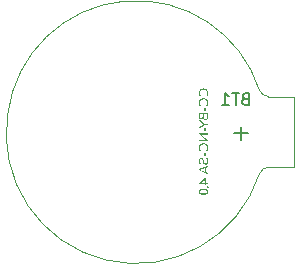
<source format=gbr>
%TF.GenerationSoftware,KiCad,Pcbnew,9.0.7*%
%TF.CreationDate,2026-01-11T09:41:47+01:00*%
%TF.ProjectId,heartbeatTHT,68656172-7462-4656-9174-5448542e6b69,rev?*%
%TF.SameCoordinates,Original*%
%TF.FileFunction,Legend,Bot*%
%TF.FilePolarity,Positive*%
%FSLAX46Y46*%
G04 Gerber Fmt 4.6, Leading zero omitted, Abs format (unit mm)*
G04 Created by KiCad (PCBNEW 9.0.7) date 2026-01-11 09:41:47*
%MOMM*%
%LPD*%
G01*
G04 APERTURE LIST*
%ADD10C,0.187500*%
%ADD11C,0.150000*%
%ADD12C,0.120000*%
G04 APERTURE END LIST*
D10*
G36*
X157682987Y-82472518D02*
G01*
X157679357Y-82416469D01*
X157668657Y-82363618D01*
X157650976Y-82313424D01*
X157626734Y-82266013D01*
X157597067Y-82223095D01*
X157561766Y-82184281D01*
X157521662Y-82150364D01*
X157477171Y-82121691D01*
X157427860Y-82098139D01*
X157375951Y-82081094D01*
X157320828Y-82070717D01*
X157261943Y-82067182D01*
X157203763Y-82070710D01*
X157149170Y-82081081D01*
X157097628Y-82098139D01*
X157048672Y-82121664D01*
X157004357Y-82150333D01*
X156964272Y-82184281D01*
X156928871Y-82223061D01*
X156899022Y-82265819D01*
X156874512Y-82312920D01*
X156856562Y-82362825D01*
X156845662Y-82415826D01*
X156841952Y-82472518D01*
X156844513Y-82526195D01*
X156851717Y-82572213D01*
X156862972Y-82611599D01*
X156879320Y-82649207D01*
X156902152Y-82688146D01*
X156932260Y-82728698D01*
X156945358Y-82741796D01*
X156959005Y-82748115D01*
X156975308Y-82749718D01*
X156993598Y-82746142D01*
X157008373Y-82735522D01*
X157018586Y-82719995D01*
X157023073Y-82701404D01*
X157020714Y-82682157D01*
X157009930Y-82662569D01*
X156979880Y-82622396D01*
X156958501Y-82582198D01*
X156949153Y-82553964D01*
X156942932Y-82517960D01*
X156940641Y-82472518D01*
X156943481Y-82431770D01*
X156951890Y-82393043D01*
X156965874Y-82355922D01*
X156995760Y-82304650D01*
X157035163Y-82259843D01*
X157082592Y-82223118D01*
X157137562Y-82195272D01*
X157176970Y-82182525D01*
X157218309Y-82174807D01*
X157261943Y-82172191D01*
X157306308Y-82174820D01*
X157348020Y-82182552D01*
X157387468Y-82195272D01*
X157442399Y-82223115D01*
X157489821Y-82259843D01*
X157529076Y-82304667D01*
X157558560Y-82355922D01*
X157572232Y-82393017D01*
X157580463Y-82431748D01*
X157583244Y-82472518D01*
X157578603Y-82524887D01*
X157564880Y-82573818D01*
X157543179Y-82620283D01*
X157513955Y-82665683D01*
X157503941Y-82685027D01*
X157501911Y-82702961D01*
X157506379Y-82719946D01*
X157516612Y-82733965D01*
X157531643Y-82743210D01*
X157552790Y-82746558D01*
X157573261Y-82742345D01*
X157591670Y-82729751D01*
X157631510Y-82670685D01*
X157659906Y-82608485D01*
X157672673Y-82564921D01*
X157680383Y-82519704D01*
X157682987Y-82472518D01*
G37*
G36*
X157682987Y-83288045D02*
G01*
X157679357Y-83231996D01*
X157668657Y-83179145D01*
X157650976Y-83128951D01*
X157626734Y-83081540D01*
X157597067Y-83038622D01*
X157561766Y-82999808D01*
X157521662Y-82965891D01*
X157477171Y-82937218D01*
X157427860Y-82913666D01*
X157375951Y-82896621D01*
X157320828Y-82886244D01*
X157261943Y-82882708D01*
X157203763Y-82886237D01*
X157149170Y-82896608D01*
X157097628Y-82913666D01*
X157048672Y-82937191D01*
X157004357Y-82965860D01*
X156964272Y-82999808D01*
X156928871Y-83038588D01*
X156899022Y-83081345D01*
X156874512Y-83128447D01*
X156856562Y-83178352D01*
X156845662Y-83231353D01*
X156841952Y-83288045D01*
X156844513Y-83341722D01*
X156851717Y-83387740D01*
X156862972Y-83427126D01*
X156879320Y-83464733D01*
X156902152Y-83503673D01*
X156932260Y-83544225D01*
X156945358Y-83557322D01*
X156959005Y-83563642D01*
X156975308Y-83565245D01*
X156993598Y-83561669D01*
X157008373Y-83551048D01*
X157018586Y-83535522D01*
X157023073Y-83516931D01*
X157020714Y-83497684D01*
X157009930Y-83478096D01*
X156979880Y-83437923D01*
X156958501Y-83397725D01*
X156949153Y-83369491D01*
X156942932Y-83333487D01*
X156940641Y-83288045D01*
X156943481Y-83247297D01*
X156951890Y-83208570D01*
X156965874Y-83171449D01*
X156995760Y-83120177D01*
X157035163Y-83075370D01*
X157082592Y-83038644D01*
X157137562Y-83010799D01*
X157176970Y-82998052D01*
X157218309Y-82990334D01*
X157261943Y-82987718D01*
X157306308Y-82990347D01*
X157348020Y-82998079D01*
X157387468Y-83010799D01*
X157442399Y-83038642D01*
X157489821Y-83075370D01*
X157529076Y-83120194D01*
X157558560Y-83171449D01*
X157572232Y-83208544D01*
X157580463Y-83247275D01*
X157583244Y-83288045D01*
X157578603Y-83340414D01*
X157564880Y-83389344D01*
X157543179Y-83435810D01*
X157513955Y-83481210D01*
X157503941Y-83500553D01*
X157501911Y-83518488D01*
X157506379Y-83535473D01*
X157516612Y-83549491D01*
X157531643Y-83558737D01*
X157552790Y-83562085D01*
X157573261Y-83557872D01*
X157591670Y-83545278D01*
X157631510Y-83486212D01*
X157659906Y-83424012D01*
X157672673Y-83380448D01*
X157680383Y-83335231D01*
X157682987Y-83288045D01*
G37*
G36*
X157438347Y-83722415D02*
G01*
X157434588Y-83701041D01*
X157423647Y-83684039D01*
X157407065Y-83672722D01*
X157385865Y-83668835D01*
X157363717Y-83672769D01*
X157346985Y-83684039D01*
X157336043Y-83701041D01*
X157332284Y-83722415D01*
X157332284Y-83956568D01*
X157336060Y-83977809D01*
X157346985Y-83994349D01*
X157363675Y-84005229D01*
X157385865Y-84009050D01*
X157407106Y-84005274D01*
X157423647Y-83994349D01*
X157434572Y-83977809D01*
X157438347Y-83956568D01*
X157438347Y-83722415D01*
G37*
G36*
X157639249Y-84150365D02*
G01*
X157656746Y-84162144D01*
X157668525Y-84179641D01*
X157672500Y-84200979D01*
X157672500Y-84473966D01*
X157668766Y-84525683D01*
X157657983Y-84571953D01*
X157640488Y-84613642D01*
X157616194Y-84651664D01*
X157587068Y-84683122D01*
X157552790Y-84708668D01*
X157514421Y-84727401D01*
X157472025Y-84738841D01*
X157424700Y-84742786D01*
X157373001Y-84737734D01*
X157330598Y-84723537D01*
X157295556Y-84700791D01*
X157266582Y-84670180D01*
X157244569Y-84633436D01*
X157229382Y-84589462D01*
X157211061Y-84619818D01*
X157189258Y-84645007D01*
X157163803Y-84665574D01*
X157135085Y-84681021D01*
X157104304Y-84690274D01*
X157070838Y-84693418D01*
X157029057Y-84689850D01*
X156991528Y-84679483D01*
X156957448Y-84662460D01*
X156927057Y-84639366D01*
X156901435Y-84611202D01*
X156880283Y-84577418D01*
X156865119Y-84540416D01*
X156855713Y-84498867D01*
X156852439Y-84451938D01*
X156953235Y-84451938D01*
X156956719Y-84490904D01*
X156966515Y-84523179D01*
X156982132Y-84550078D01*
X157004000Y-84570838D01*
X157032813Y-84583734D01*
X157070838Y-84588409D01*
X157108881Y-84583747D01*
X157137898Y-84570857D01*
X157160093Y-84550078D01*
X157175998Y-84523143D01*
X157185956Y-84490869D01*
X157187492Y-84473966D01*
X157290290Y-84473966D01*
X157294292Y-84520425D01*
X157305540Y-84559008D01*
X157324563Y-84592180D01*
X157350145Y-84616756D01*
X157370708Y-84628112D01*
X157395247Y-84635243D01*
X157424700Y-84637776D01*
X157456317Y-84635248D01*
X157482977Y-84628112D01*
X157505575Y-84616756D01*
X157534028Y-84591990D01*
X157554897Y-84559008D01*
X157567311Y-84520337D01*
X157571704Y-84473966D01*
X157571704Y-84255567D01*
X157290290Y-84255567D01*
X157290290Y-84473966D01*
X157187492Y-84473966D01*
X157189494Y-84451938D01*
X157189494Y-84255567D01*
X156953235Y-84255567D01*
X156953235Y-84451938D01*
X156852439Y-84451938D01*
X156852439Y-84200979D01*
X156856302Y-84179601D01*
X156867689Y-84162144D01*
X156884877Y-84150429D01*
X156907027Y-84146390D01*
X157617911Y-84146390D01*
X157639249Y-84150365D01*
G37*
G36*
X157672500Y-85098434D02*
G01*
X157668570Y-85077963D01*
X157656746Y-85060607D01*
X157639253Y-85048863D01*
X157617911Y-85044899D01*
X157373271Y-85044899D01*
X156937481Y-84764538D01*
X156915363Y-84754898D01*
X156896036Y-84754006D01*
X156878425Y-84760191D01*
X156864529Y-84772370D01*
X156855481Y-84788742D01*
X156852439Y-84807586D01*
X156854569Y-84824168D01*
X156860316Y-84835934D01*
X156882893Y-84855901D01*
X157306044Y-85122568D01*
X157306044Y-85080573D01*
X156878680Y-85351500D01*
X156867384Y-85360819D01*
X156859262Y-85371421D01*
X156854244Y-85383872D01*
X156852439Y-85399768D01*
X156855757Y-85417180D01*
X156865582Y-85431276D01*
X156880118Y-85441178D01*
X156898143Y-85445976D01*
X156917214Y-85444531D01*
X156937481Y-85435489D01*
X157373271Y-85153022D01*
X157617911Y-85153022D01*
X157639249Y-85149048D01*
X157656746Y-85137268D01*
X157668525Y-85119771D01*
X157672500Y-85098434D01*
G37*
G36*
X157438347Y-85437000D02*
G01*
X157434588Y-85415626D01*
X157423647Y-85398623D01*
X157407065Y-85387307D01*
X157385865Y-85383419D01*
X157363717Y-85387354D01*
X157346985Y-85398623D01*
X157336043Y-85415626D01*
X157332284Y-85437000D01*
X157332284Y-85671153D01*
X157336060Y-85692394D01*
X157346985Y-85708934D01*
X157363675Y-85719814D01*
X157385865Y-85723634D01*
X157407106Y-85719859D01*
X157423647Y-85708934D01*
X157434572Y-85692394D01*
X157438347Y-85671153D01*
X157438347Y-85437000D01*
G37*
G36*
X157672500Y-85914510D02*
G01*
X157668509Y-85893260D01*
X157656746Y-85876179D01*
X157639292Y-85864828D01*
X157617911Y-85860975D01*
X156907027Y-85860975D01*
X156884832Y-85864891D01*
X156867689Y-85876179D01*
X156856318Y-85893219D01*
X156852439Y-85914510D01*
X156857384Y-85937504D01*
X156872406Y-85956505D01*
X157481395Y-86414323D01*
X156907027Y-86414323D01*
X156884877Y-86418361D01*
X156867689Y-86430076D01*
X156856302Y-86447534D01*
X156852439Y-86468911D01*
X156856382Y-86491016D01*
X156867689Y-86507745D01*
X156884791Y-86518644D01*
X156907027Y-86522446D01*
X157617911Y-86522446D01*
X157639331Y-86518706D01*
X157656746Y-86507745D01*
X157668444Y-86490973D01*
X157672500Y-86468911D01*
X157667783Y-86446334D01*
X157661805Y-86435338D01*
X157653586Y-86426916D01*
X157044597Y-85969098D01*
X157617911Y-85969098D01*
X157639289Y-85965235D01*
X157656746Y-85953849D01*
X157668461Y-85936660D01*
X157672500Y-85914510D01*
G37*
G36*
X157682987Y-87099699D02*
G01*
X157679357Y-87043650D01*
X157668657Y-86990799D01*
X157650976Y-86940605D01*
X157626734Y-86893193D01*
X157597067Y-86850276D01*
X157561766Y-86811461D01*
X157521662Y-86777545D01*
X157477171Y-86748872D01*
X157427860Y-86725320D01*
X157375951Y-86708275D01*
X157320828Y-86697897D01*
X157261943Y-86694362D01*
X157203763Y-86697891D01*
X157149170Y-86708261D01*
X157097628Y-86725320D01*
X157048672Y-86748845D01*
X157004357Y-86777514D01*
X156964272Y-86811461D01*
X156928871Y-86850242D01*
X156899022Y-86892999D01*
X156874512Y-86940101D01*
X156856562Y-86990005D01*
X156845662Y-87043006D01*
X156841952Y-87099699D01*
X156844513Y-87153376D01*
X156851717Y-87199394D01*
X156862972Y-87238780D01*
X156879320Y-87276387D01*
X156902152Y-87315326D01*
X156932260Y-87355879D01*
X156945358Y-87368976D01*
X156959005Y-87375296D01*
X156975308Y-87376899D01*
X156993598Y-87373323D01*
X157008373Y-87362702D01*
X157018586Y-87347176D01*
X157023073Y-87328585D01*
X157020714Y-87309338D01*
X157009930Y-87289750D01*
X156979880Y-87249576D01*
X156958501Y-87209379D01*
X156949153Y-87181145D01*
X156942932Y-87145141D01*
X156940641Y-87099699D01*
X156943481Y-87058951D01*
X156951890Y-87020224D01*
X156965874Y-86983103D01*
X156995760Y-86931831D01*
X157035163Y-86887024D01*
X157082592Y-86850298D01*
X157137562Y-86822452D01*
X157176970Y-86809706D01*
X157218309Y-86801988D01*
X157261943Y-86799371D01*
X157306308Y-86802001D01*
X157348020Y-86809733D01*
X157387468Y-86822452D01*
X157442399Y-86850296D01*
X157489821Y-86887024D01*
X157529076Y-86931848D01*
X157558560Y-86983103D01*
X157572232Y-87020198D01*
X157580463Y-87058929D01*
X157583244Y-87099699D01*
X157578603Y-87152068D01*
X157564880Y-87200998D01*
X157543179Y-87247463D01*
X157513955Y-87292864D01*
X157503941Y-87312207D01*
X157501911Y-87330142D01*
X157506379Y-87347127D01*
X157516612Y-87361145D01*
X157531643Y-87370391D01*
X157552790Y-87373739D01*
X157573261Y-87369526D01*
X157591670Y-87356932D01*
X157631510Y-87297866D01*
X157659906Y-87235665D01*
X157672673Y-87192102D01*
X157680383Y-87146885D01*
X157682987Y-87099699D01*
G37*
G36*
X157438347Y-87534069D02*
G01*
X157434588Y-87512695D01*
X157423647Y-87495693D01*
X157407065Y-87484376D01*
X157385865Y-87480488D01*
X157363717Y-87484423D01*
X157346985Y-87495693D01*
X157336043Y-87512695D01*
X157332284Y-87534069D01*
X157332284Y-87768222D01*
X157336060Y-87789463D01*
X157346985Y-87806003D01*
X157363675Y-87816883D01*
X157385865Y-87820703D01*
X157407106Y-87816928D01*
X157423647Y-87806003D01*
X157434572Y-87789463D01*
X157438347Y-87768222D01*
X157438347Y-87534069D01*
G37*
G36*
X157682987Y-88218438D02*
G01*
X157677690Y-88152499D01*
X157662012Y-88090348D01*
X157636477Y-88032794D01*
X157603211Y-87984285D01*
X157576229Y-87956436D01*
X157547257Y-87934566D01*
X157516062Y-87918156D01*
X157494479Y-87913021D01*
X157475121Y-87918660D01*
X157459941Y-87933008D01*
X157450941Y-87955938D01*
X157450249Y-87974534D01*
X157456711Y-87993215D01*
X157469087Y-88009251D01*
X157486661Y-88021013D01*
X157511183Y-88037128D01*
X157534976Y-88062504D01*
X157554521Y-88093657D01*
X157570650Y-88132342D01*
X157580848Y-88174101D01*
X157584297Y-88218438D01*
X157580257Y-88267452D01*
X157568544Y-88311357D01*
X157548879Y-88350385D01*
X157522885Y-88380142D01*
X157501636Y-88394573D01*
X157477243Y-88403336D01*
X157448834Y-88406383D01*
X157413469Y-88401663D01*
X157380552Y-88387474D01*
X157349091Y-88362785D01*
X157330723Y-88339995D01*
X157315178Y-88309721D01*
X157302848Y-88270248D01*
X157294503Y-88219491D01*
X157284201Y-88154324D01*
X157267621Y-88099446D01*
X157245423Y-88053336D01*
X157217887Y-88014739D01*
X157183254Y-87981580D01*
X157145798Y-87958632D01*
X157104833Y-87944882D01*
X157059297Y-87940184D01*
X157014480Y-87944700D01*
X156975698Y-87957696D01*
X156941694Y-87979019D01*
X156912611Y-88007370D01*
X156888120Y-88042230D01*
X156868193Y-88084577D01*
X156854444Y-88129682D01*
X156845940Y-88179004D01*
X156843005Y-88233138D01*
X156847734Y-88294758D01*
X156860865Y-88344971D01*
X156882309Y-88390061D01*
X156910187Y-88428410D01*
X156944323Y-88461548D01*
X156984742Y-88490372D01*
X157008007Y-88500961D01*
X157028340Y-88502462D01*
X157046514Y-88496079D01*
X157060351Y-88481991D01*
X157067955Y-88461311D01*
X157065617Y-88438897D01*
X157055009Y-88418592D01*
X157038277Y-88404276D01*
X157009959Y-88385432D01*
X156986849Y-88363335D01*
X156968237Y-88337375D01*
X156953784Y-88306640D01*
X156944905Y-88272366D01*
X156941694Y-88229978D01*
X156944726Y-88178874D01*
X156954599Y-88135951D01*
X156970591Y-88099781D01*
X156987794Y-88076566D01*
X157008349Y-88060512D01*
X157032851Y-88050735D01*
X157062457Y-88047300D01*
X157093122Y-88051313D01*
X157122862Y-88063557D01*
X157140131Y-88076386D01*
X157156748Y-88095779D01*
X157172733Y-88123366D01*
X157184268Y-88153244D01*
X157194292Y-88194188D01*
X157202088Y-88248892D01*
X157212362Y-88311323D01*
X157228844Y-88363616D01*
X157250886Y-88407312D01*
X157278246Y-88443660D01*
X157312247Y-88474011D01*
X157350821Y-88495596D01*
X157394877Y-88508870D01*
X157445720Y-88513498D01*
X157484957Y-88510586D01*
X157519327Y-88502244D01*
X157549630Y-88488814D01*
X157590137Y-88459979D01*
X157623681Y-88422640D01*
X157649584Y-88378723D01*
X157668286Y-88328164D01*
X157679285Y-88274413D01*
X157682987Y-88218438D01*
G37*
G36*
X157672500Y-88647221D02*
G01*
X157669656Y-88629004D01*
X157661437Y-88614245D01*
X157647312Y-88602067D01*
X157630115Y-88594707D01*
X157612587Y-88593627D01*
X157593731Y-88598907D01*
X156889213Y-88893968D01*
X156868216Y-88907214D01*
X156856462Y-88923997D01*
X156852439Y-88945442D01*
X156856589Y-88968102D01*
X156868423Y-88984769D01*
X156889213Y-88996870D01*
X157595838Y-89292984D01*
X157615333Y-89297749D01*
X157632680Y-89296413D01*
X157648869Y-89289275D01*
X157661946Y-89277510D01*
X157669746Y-89262632D01*
X157672500Y-89243616D01*
X157670302Y-89228368D01*
X157663569Y-89213666D01*
X157652954Y-89201502D01*
X157638886Y-89193241D01*
X156992115Y-88932802D01*
X156992115Y-88962203D01*
X157638886Y-88697642D01*
X157653765Y-88688419D01*
X157664119Y-88676072D01*
X157670462Y-88661583D01*
X157672500Y-88647221D01*
G37*
G36*
X157491882Y-88702863D02*
G01*
X157401619Y-88744857D01*
X157401619Y-89156468D01*
X157491882Y-89198462D01*
X157491882Y-88702863D01*
G37*
G36*
X157456018Y-89645719D02*
G01*
X157471961Y-89656372D01*
X157482807Y-89672222D01*
X157486661Y-89694199D01*
X157486661Y-90043848D01*
X157618965Y-90043848D01*
X157639477Y-90047544D01*
X157656746Y-90058548D01*
X157668589Y-90074879D01*
X157672500Y-90094223D01*
X157668488Y-90115417D01*
X157656746Y-90132050D01*
X157639477Y-90143054D01*
X157618965Y-90146750D01*
X157486661Y-90146750D01*
X157486661Y-90209765D01*
X157483088Y-90230319D01*
X157472510Y-90247546D01*
X157456737Y-90259423D01*
X157438347Y-90263300D01*
X157414315Y-90258955D01*
X157400566Y-90247546D01*
X157392767Y-90230581D01*
X157390033Y-90209765D01*
X157390033Y-90146750D01*
X156907027Y-90146750D01*
X156885526Y-90143249D01*
X156868193Y-90133103D01*
X156856437Y-90117484D01*
X156852439Y-90097383D01*
X156854046Y-90084281D01*
X156858759Y-90072699D01*
X156875566Y-90053282D01*
X156887931Y-90043848D01*
X157042285Y-90043848D01*
X157390033Y-90043848D01*
X157390033Y-89779557D01*
X157042285Y-90043848D01*
X156887931Y-90043848D01*
X157402626Y-89651151D01*
X157419308Y-89642885D01*
X157437843Y-89641168D01*
X157456018Y-89645719D01*
G37*
G36*
X157689306Y-90429675D02*
G01*
X157683974Y-90402358D01*
X157667783Y-90378750D01*
X157644175Y-90362559D01*
X157616858Y-90357226D01*
X157588635Y-90362608D01*
X157564880Y-90378750D01*
X157548689Y-90402358D01*
X157543356Y-90429675D01*
X157548756Y-90457803D01*
X157564880Y-90481103D01*
X157588596Y-90496852D01*
X157616858Y-90502124D01*
X157644214Y-90496900D01*
X157667783Y-90481103D01*
X157683907Y-90457803D01*
X157689306Y-90429675D01*
G37*
G36*
X157347926Y-90568203D02*
G01*
X157421045Y-90578316D01*
X157482998Y-90593989D01*
X157541877Y-90617775D01*
X157588083Y-90646403D01*
X157623681Y-90679581D01*
X157644944Y-90708990D01*
X157660079Y-90741069D01*
X157669318Y-90776354D01*
X157672500Y-90815548D01*
X157669258Y-90854711D01*
X157659837Y-90889980D01*
X157644383Y-90922068D01*
X157622628Y-90951515D01*
X157586398Y-90984743D01*
X157539807Y-91013368D01*
X157480891Y-91037107D01*
X157418941Y-91052821D01*
X157346475Y-91062914D01*
X157261943Y-91066508D01*
X157177410Y-91062914D01*
X157104960Y-91052820D01*
X157043040Y-91037107D01*
X156984093Y-91013366D01*
X156937488Y-90984741D01*
X156901257Y-90951515D01*
X156879502Y-90922068D01*
X156864048Y-90889980D01*
X156854627Y-90854711D01*
X156851386Y-90815548D01*
X156959555Y-90815548D01*
X156963976Y-90845856D01*
X156976988Y-90872085D01*
X156999443Y-90895370D01*
X157027436Y-90913677D01*
X157063001Y-90929548D01*
X157107612Y-90942585D01*
X157178239Y-90954185D01*
X157261943Y-90958339D01*
X157345651Y-90954186D01*
X157416319Y-90942585D01*
X157460893Y-90929529D01*
X157496258Y-90913655D01*
X157523939Y-90895370D01*
X157546055Y-90872125D01*
X157558905Y-90845895D01*
X157563277Y-90815548D01*
X157558994Y-90785838D01*
X157546333Y-90759766D01*
X157524443Y-90736276D01*
X157497062Y-90717724D01*
X157461897Y-90701664D01*
X157417373Y-90688511D01*
X157346586Y-90676924D01*
X157261943Y-90672758D01*
X157177304Y-90676925D01*
X157106558Y-90688511D01*
X157061953Y-90701598D01*
X157026591Y-90717488D01*
X156998939Y-90735772D01*
X156976791Y-90759019D01*
X156963930Y-90785235D01*
X156959555Y-90815548D01*
X156851386Y-90815548D01*
X156854570Y-90776357D01*
X156863817Y-90741072D01*
X156878965Y-90708992D01*
X156900249Y-90679581D01*
X156935848Y-90646403D01*
X156982054Y-90617775D01*
X157040933Y-90593989D01*
X157102855Y-90578317D01*
X157175958Y-90568204D01*
X157261943Y-90564589D01*
X157347926Y-90568203D01*
G37*
D11*
X160785714Y-82931009D02*
X160642857Y-82978628D01*
X160642857Y-82978628D02*
X160595238Y-83026247D01*
X160595238Y-83026247D02*
X160547619Y-83121485D01*
X160547619Y-83121485D02*
X160547619Y-83264342D01*
X160547619Y-83264342D02*
X160595238Y-83359580D01*
X160595238Y-83359580D02*
X160642857Y-83407200D01*
X160642857Y-83407200D02*
X160738095Y-83454819D01*
X160738095Y-83454819D02*
X161119047Y-83454819D01*
X161119047Y-83454819D02*
X161119047Y-82454819D01*
X161119047Y-82454819D02*
X160785714Y-82454819D01*
X160785714Y-82454819D02*
X160690476Y-82502438D01*
X160690476Y-82502438D02*
X160642857Y-82550057D01*
X160642857Y-82550057D02*
X160595238Y-82645295D01*
X160595238Y-82645295D02*
X160595238Y-82740533D01*
X160595238Y-82740533D02*
X160642857Y-82835771D01*
X160642857Y-82835771D02*
X160690476Y-82883390D01*
X160690476Y-82883390D02*
X160785714Y-82931009D01*
X160785714Y-82931009D02*
X161119047Y-82931009D01*
X160261904Y-82454819D02*
X159690476Y-82454819D01*
X159976190Y-83454819D02*
X159976190Y-82454819D01*
X158833333Y-83454819D02*
X159404761Y-83454819D01*
X159119047Y-83454819D02*
X159119047Y-82454819D01*
X159119047Y-82454819D02*
X159214285Y-82597676D01*
X159214285Y-82597676D02*
X159309523Y-82692914D01*
X159309523Y-82692914D02*
X159404761Y-82740533D01*
X161021909Y-85864698D02*
X159879052Y-85864698D01*
X160450480Y-86436126D02*
X160450480Y-85293269D01*
D12*
%TO.C,BT1*%
X164900481Y-82749998D02*
X162759342Y-82749998D01*
X164900481Y-88749998D02*
X162759342Y-88749998D01*
X164900481Y-88749998D02*
X164900481Y-82749998D01*
X140700481Y-84149998D02*
G75*
G02*
X162009342Y-82249998I10867317J-1437560D01*
G01*
X162007588Y-89276382D02*
G75*
G02*
X162759342Y-88749998I751756J-273618D01*
G01*
X162009342Y-89249998D02*
G75*
G02*
X140700481Y-84149998I-10464218J3344747D01*
G01*
X162759342Y-82749998D02*
G75*
G02*
X162007587Y-82223614I-1J800000D01*
G01*
%TD*%
M02*

</source>
